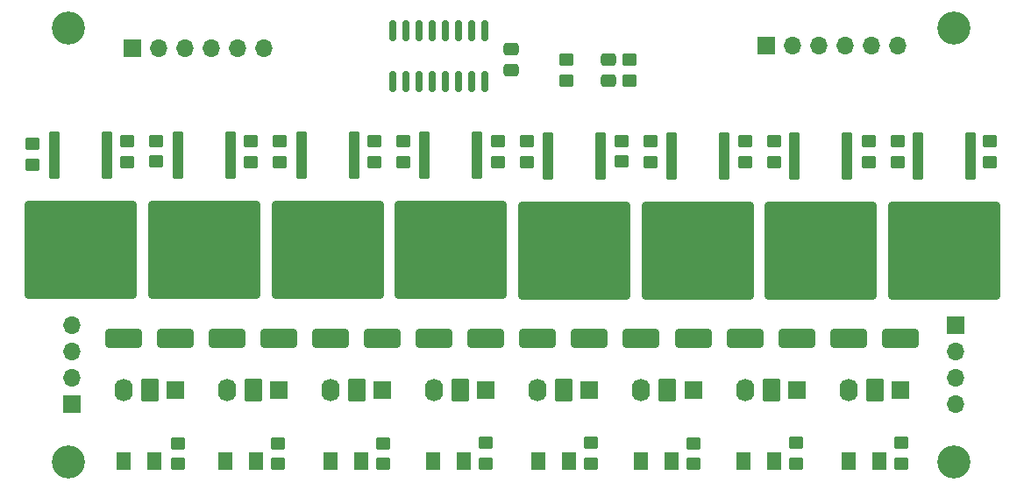
<source format=gts>
G04 #@! TF.GenerationSoftware,KiCad,Pcbnew,7.0.1*
G04 #@! TF.CreationDate,2025-03-09T11:20:59-05:00*
G04 #@! TF.ProjectId,Shift Register Mosfet Array V3,53686966-7420-4526-9567-697374657220,rev?*
G04 #@! TF.SameCoordinates,Original*
G04 #@! TF.FileFunction,Soldermask,Top*
G04 #@! TF.FilePolarity,Negative*
%FSLAX46Y46*%
G04 Gerber Fmt 4.6, Leading zero omitted, Abs format (unit mm)*
G04 Created by KiCad (PCBNEW 7.0.1) date 2025-03-09 11:20:59*
%MOMM*%
%LPD*%
G01*
G04 APERTURE LIST*
G04 Aperture macros list*
%AMRoundRect*
0 Rectangle with rounded corners*
0 $1 Rounding radius*
0 $2 $3 $4 $5 $6 $7 $8 $9 X,Y pos of 4 corners*
0 Add a 4 corners polygon primitive as box body*
4,1,4,$2,$3,$4,$5,$6,$7,$8,$9,$2,$3,0*
0 Add four circle primitives for the rounded corners*
1,1,$1+$1,$2,$3*
1,1,$1+$1,$4,$5*
1,1,$1+$1,$6,$7*
1,1,$1+$1,$8,$9*
0 Add four rect primitives between the rounded corners*
20,1,$1+$1,$2,$3,$4,$5,0*
20,1,$1+$1,$4,$5,$6,$7,0*
20,1,$1+$1,$6,$7,$8,$9,0*
20,1,$1+$1,$8,$9,$2,$3,0*%
G04 Aperture macros list end*
%ADD10RoundRect,0.250000X-0.475000X0.337500X-0.475000X-0.337500X0.475000X-0.337500X0.475000X0.337500X0*%
%ADD11RoundRect,0.250000X-0.450000X0.350000X-0.450000X-0.350000X0.450000X-0.350000X0.450000X0.350000X0*%
%ADD12C,3.200000*%
%ADD13R,1.700000X1.700000*%
%ADD14O,1.700000X1.700000*%
%ADD15RoundRect,0.150000X0.150000X-0.825000X0.150000X0.825000X-0.150000X0.825000X-0.150000X-0.825000X0*%
%ADD16RoundRect,0.250000X-0.300000X2.050000X-0.300000X-2.050000X0.300000X-2.050000X0.300000X2.050000X0*%
%ADD17RoundRect,0.250002X-5.149998X4.449998X-5.149998X-4.449998X5.149998X-4.449998X5.149998X4.449998X0*%
%ADD18RoundRect,0.250000X0.620000X0.845000X-0.620000X0.845000X-0.620000X-0.845000X0.620000X-0.845000X0*%
%ADD19O,1.740000X2.190000*%
%ADD20RoundRect,0.250000X1.500000X0.650000X-1.500000X0.650000X-1.500000X-0.650000X1.500000X-0.650000X0*%
%ADD21RoundRect,0.250000X0.450000X-0.350000X0.450000X0.350000X-0.450000X0.350000X-0.450000X-0.350000X0*%
%ADD22RoundRect,0.250001X-0.462499X-0.624999X0.462499X-0.624999X0.462499X0.624999X-0.462499X0.624999X0*%
G04 APERTURE END LIST*
D10*
X111252000Y-99081500D03*
X111252000Y-97006500D03*
D11*
X116586000Y-98060000D03*
X116586000Y-100060000D03*
D10*
X120650000Y-98054500D03*
X120650000Y-100129500D03*
D11*
X122682000Y-100076000D03*
X122682000Y-98076000D03*
D12*
X68500000Y-94996000D03*
D13*
X135890000Y-96690000D03*
D14*
X138430000Y-96690000D03*
X140970000Y-96690000D03*
X143510000Y-96690000D03*
X146050000Y-96690000D03*
X148590000Y-96690000D03*
X87376000Y-96944000D03*
X84836000Y-96944000D03*
X82296000Y-96944000D03*
X79756000Y-96944000D03*
X77216000Y-96944000D03*
D13*
X74676000Y-96944000D03*
D12*
X154000000Y-94996000D03*
D15*
X99822000Y-95250000D03*
X101092000Y-95250000D03*
X102362000Y-95250000D03*
X103632000Y-95250000D03*
X104902000Y-95250000D03*
X106172000Y-95250000D03*
X107442000Y-95250000D03*
X108712000Y-95250000D03*
X108712000Y-100200000D03*
X107442000Y-100200000D03*
X106172000Y-100200000D03*
X104902000Y-100200000D03*
X103632000Y-100200000D03*
X102362000Y-100200000D03*
X101092000Y-100200000D03*
X99822000Y-100200000D03*
D16*
X126708000Y-107363000D03*
D17*
X129248000Y-116513000D03*
D16*
X131788000Y-107363000D03*
D18*
X136332000Y-129968000D03*
D19*
X133792000Y-129968000D03*
D13*
X138792000Y-129968000D03*
X118792000Y-129968000D03*
D18*
X116332000Y-129968000D03*
D19*
X113792000Y-129968000D03*
D20*
X88792000Y-124968000D03*
X83792000Y-124968000D03*
X78792000Y-124968000D03*
X73792000Y-124968000D03*
D13*
X108792000Y-129968000D03*
D18*
X106332000Y-129968000D03*
D19*
X103792000Y-129968000D03*
D13*
X128792000Y-129968000D03*
D18*
X126332000Y-129968000D03*
D19*
X123792000Y-129968000D03*
D20*
X148792000Y-124968000D03*
X143792000Y-124968000D03*
D18*
X86332000Y-129968000D03*
D19*
X83792000Y-129968000D03*
D13*
X88792000Y-129968000D03*
D20*
X128792000Y-124968000D03*
X123792000Y-124968000D03*
X118792000Y-124968000D03*
X113792000Y-124968000D03*
X138792000Y-124968000D03*
X133792000Y-124968000D03*
X108792000Y-124968000D03*
X103792000Y-124968000D03*
D13*
X98792000Y-129968000D03*
D18*
X96332000Y-129968000D03*
D19*
X93792000Y-129968000D03*
D13*
X78792000Y-129968000D03*
D19*
X73792000Y-129968000D03*
D18*
X76332000Y-129968000D03*
D20*
X98792000Y-124968000D03*
X93792000Y-124968000D03*
D18*
X146332000Y-129968000D03*
D19*
X143792000Y-129968000D03*
D13*
X148792000Y-129968000D03*
D16*
X107950000Y-107297000D03*
D17*
X105410000Y-116447000D03*
D16*
X102870000Y-107297000D03*
D11*
X112776000Y-105950000D03*
X112776000Y-107950000D03*
D16*
X119869000Y-107363000D03*
D17*
X117329000Y-116513000D03*
D16*
X114789000Y-107363000D03*
D21*
X145796000Y-107950000D03*
X145796000Y-105950000D03*
X74168000Y-107934000D03*
X74168000Y-105934000D03*
D11*
X88726000Y-135112000D03*
X88726000Y-137112000D03*
D16*
X79013000Y-107321000D03*
D17*
X81553000Y-116471000D03*
D16*
X84093000Y-107321000D03*
D11*
X148924000Y-135096000D03*
X148924000Y-137096000D03*
X65024000Y-108188000D03*
X65024000Y-106188000D03*
D21*
X157480000Y-107950000D03*
X157480000Y-105950000D03*
D11*
X138764000Y-135096000D03*
X138764000Y-137096000D03*
X88900000Y-105950000D03*
X88900000Y-107950000D03*
D12*
X68484000Y-136906000D03*
D11*
X148590000Y-105950000D03*
X148590000Y-107950000D03*
D22*
X103712000Y-136858000D03*
X106687000Y-136858000D03*
D11*
X76962000Y-105918000D03*
X76962000Y-107918000D03*
D21*
X109982000Y-107950000D03*
X109982000Y-105950000D03*
D22*
X143844000Y-136858000D03*
X146819000Y-136858000D03*
D21*
X86106000Y-107934000D03*
X86106000Y-105934000D03*
D11*
X100838000Y-105950000D03*
X100838000Y-107950000D03*
D16*
X150508000Y-107363000D03*
D17*
X153048000Y-116513000D03*
D16*
X155588000Y-107363000D03*
D22*
X123778000Y-136858000D03*
X126753000Y-136858000D03*
D11*
X118952000Y-135096000D03*
X118952000Y-137096000D03*
D12*
X153984000Y-136906000D03*
D11*
X98886000Y-135112000D03*
X98886000Y-137112000D03*
D22*
X113872000Y-136858000D03*
X116847000Y-136858000D03*
X83646000Y-136858000D03*
X86621000Y-136858000D03*
D16*
X143688000Y-107363000D03*
D17*
X141148000Y-116513000D03*
D16*
X138608000Y-107363000D03*
D21*
X133858000Y-107950000D03*
X133858000Y-105950000D03*
D16*
X96031000Y-107297000D03*
D17*
X93491000Y-116447000D03*
D16*
X90951000Y-107297000D03*
D11*
X108792000Y-135080000D03*
X108792000Y-137080000D03*
D22*
X133684000Y-136858000D03*
X136659000Y-136858000D03*
D11*
X79074000Y-137112000D03*
X79074000Y-135112000D03*
D21*
X98044000Y-107950000D03*
X98044000Y-105950000D03*
D22*
X93806000Y-136858000D03*
X96781000Y-136858000D03*
D13*
X68834000Y-131318000D03*
D14*
X68834000Y-128778000D03*
X68834000Y-126238000D03*
X68834000Y-123698000D03*
D16*
X72155000Y-107297000D03*
D17*
X69615000Y-116447000D03*
D16*
X67075000Y-107297000D03*
D22*
X73813000Y-136858000D03*
X76788000Y-136858000D03*
D21*
X121920000Y-107918000D03*
X121920000Y-105918000D03*
D11*
X124714000Y-107950000D03*
X124714000Y-105950000D03*
X136652000Y-105950000D03*
X136652000Y-107950000D03*
X128858000Y-135112000D03*
X128858000Y-137112000D03*
D13*
X154178000Y-123698000D03*
D14*
X154178000Y-126238000D03*
X154178000Y-128778000D03*
X154178000Y-131318000D03*
M02*

</source>
